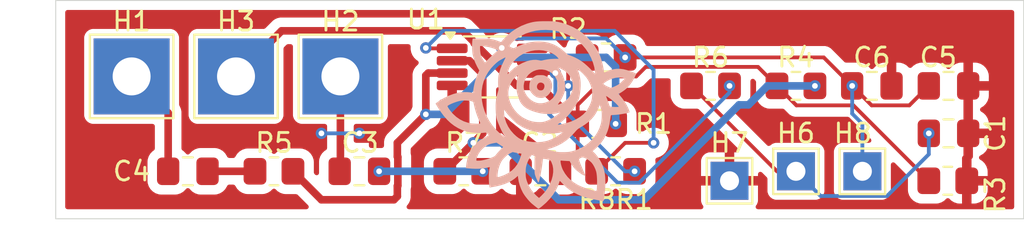
<source format=kicad_pcb>
(kicad_pcb (version 20241229) (generator "pcbnew") (generator_version "9.0")
  (layers (0 "F.Cu" signal) (2 "B.Cu" signal) (13 "F.Paste" user) (15 "B.Paste" user) (5 "F.SilkS" user "F.Silkscreen") (7 "B.SilkS" user "B.Silkscreen") (1 "F.Mask" user) (3 "B.Mask" user) (25 "Edge.Cuts" user))
  (net 0 "")
  (net 1 "GND")
  (net 2 "/A0")
  (net 3 "Net-(U1-Ref)")
  (net 4 "Net-(C3-Pad2)")
  (net 5 "Net-(C3-Pad1)")
  (net 6 "Net-(C4-Pad2)")
  (net 7 "Net-(C4-Pad1)")
  (net 8 "VCC")
  (net 9 "Net-(U1-+)")
  (net 10 "Net-(U1--)")
  (net 11 "Net-(R6-Pad2)")
  (net 12 "Net-(R8R1-Pad1)")
  (net 13 "Net-(R8R1-Pad2)")
  (footprint "Resistor_SMD:R_0805_2012Metric_Pad1.20x1.40mm_HandSolder" (layer "F.Cu") (at 61 21.5 180)
    (property "Reference" "R3" (at -2.5 -0.735 90) (layer "F.SilkS"))
    (property "Value" "10kR")
    (pad "1" smd roundrect (at -1 0 180) (size 1.2 1.4) (layers "F.Cu" "F.Mask" "F.Paste") (roundrect_rratio 0.208333) (net 1 "GND"))
    (pad "2" smd roundrect (at 1 0 180) (size 1.2 1.4) (layers "F.Cu" "F.Mask" "F.Paste") (roundrect_rratio 0.208333) (net 3 "Net-(U1-Ref)"))
  )
  (footprint "Resistor_SMD:R_0805_2012Metric_Pad1.20x1.40mm_HandSolder" (layer "F.Cu") (at 35.5 21)
    (property "Reference" "R7" (at 0 -1.5 0) (layer "F.SilkS"))
    (property "Value" "~")
    (pad "1" smd roundrect (at -1 0) (size 1.2 1.4) (layers "F.Cu" "F.Mask" "F.Paste") (roundrect_rratio 0.208333) (net 10 "Net-(U1--)"))
    (pad "2" smd roundrect (at 1 0) (size 1.2 1.4) (layers "F.Cu" "F.Mask" "F.Paste") (roundrect_rratio 0.208333) (net 4 "Net-(C3-Pad2)"))
  )
  (footprint "Resistor_SMD:R_0805_2012Metric_Pad1.20x1.40mm_HandSolder" (layer "F.Cu") (at 53 16.5)
    (property "Reference" "R4" (at 0 -1.5 0) (layer "F.SilkS"))
    (property "Value" "~")
    (pad "1" smd roundrect (at -1 0) (size 1.2 1.4) (layers "F.Cu" "F.Mask" "F.Paste") (roundrect_rratio 0.208333) (net 3 "Net-(U1-Ref)"))
    (pad "2" smd roundrect (at 1 0) (size 1.2 1.4) (layers "F.Cu" "F.Mask" "F.Paste") (roundrect_rratio 0.208333) (net 10 "Net-(U1--)"))
  )
  (footprint "TestPoint:TestPoint_THTPad_4.0x4.0mm_Drill2.0mm" (layer "F.Cu") (at 23.5 16)
    (property "Reference" "H3" (at 0 -2.898 0) (layer "F.SilkS"))
    (property "Value" "MountingHole_Pad")
    (pad "1" thru_hole rect (at 0 0) (size 4 4) (drill 2) (layers "*.Cu" "*.Mask") (net 3 "Net-(U1-Ref)"))
  )
  (footprint "Resistor_SMD:R_0805_2012Metric_Pad1.20x1.40mm_HandSolder" (layer "F.Cu") (at 48.5 16.5)
    (property "Reference" "R6" (at 0 -1.5 0) (layer "F.SilkS"))
    (property "Value" "10kR")
    (pad "1" smd roundrect (at -1 0) (size 1.2 1.4) (layers "F.Cu" "F.Mask" "F.Paste") (roundrect_rratio 0.208333) (net 2 "/A0"))
    (pad "2" smd roundrect (at 1 0) (size 1.2 1.4) (layers "F.Cu" "F.Mask" "F.Paste") (roundrect_rratio 0.208333) (net 11 "Net-(R6-Pad2)"))
  )
  (footprint "Capacitor_SMD:C_0805_2012Metric_Pad1.18x1.45mm_HandSolder" (layer "F.Cu") (at 20.9625 21)
    (property "Reference" "C4" (at -2.9625 0 0) (layer "F.SilkS"))
    (property "Value" "~")
    (pad "1" smd roundrect (at -1.0375 0) (size 1.175 1.45) (layers "F.Cu" "F.Mask" "F.Paste") (roundrect_rratio 0.212766) (net 7 "Net-(C4-Pad1)"))
    (pad "2" smd roundrect (at 1.0375 0) (size 1.175 1.45) (layers "F.Cu" "F.Mask" "F.Paste") (roundrect_rratio 0.212766) (net 6 "Net-(C4-Pad2)"))
  )
  (footprint "TestPoint:TestPoint_THTPad_2.0x2.0mm_Drill1.0mm" (layer "F.Cu") (at 53 21)
    (property "Reference" "H6" (at 0 -2 0) (layer "F.SilkS"))
    (property "Value" "A0 pad")
    (pad "1" thru_hole rect (at 0 0) (size 2 2) (drill 1) (layers "*.Cu" "*.Mask") (net 2 "/A0"))
  )
  (footprint "Resistor_SMD:R_0805_2012Metric_Pad1.20x1.40mm_HandSolder" (layer "F.Cu") (at 25.5 21)
    (property "Reference" "R5" (at 0 -1.5 0) (layer "F.SilkS"))
    (property "Value" "1kR")
    (pad "1" smd roundrect (at -1 0) (size 1.2 1.4) (layers "F.Cu" "F.Mask" "F.Paste") (roundrect_rratio 0.208333) (net 6 "Net-(C4-Pad2)"))
    (pad "2" smd roundrect (at 1 0) (size 1.2 1.4) (layers "F.Cu" "F.Mask" "F.Paste") (roundrect_rratio 0.208333) (net 9 "Net-(U1-+)"))
  )
  (footprint "Resistor_SMD:R_0805_2012Metric_Pad1.20x1.40mm_HandSolder" (layer "F.Cu") (at 43.5 21)
    (property "Reference" "R8R1" (at 0 1.5 0) (layer "F.SilkS"))
    (property "Value" "~")
    (pad "1" smd roundrect (at -1 0) (size 1.2 1.4) (layers "F.Cu" "F.Mask" "F.Paste") (roundrect_rratio 0.208333) (net 12 "Net-(R8R1-Pad1)"))
    (pad "2" smd roundrect (at 1 0) (size 1.2 1.4) (layers "F.Cu" "F.Mask" "F.Paste") (roundrect_rratio 0.208333) (net 13 "Net-(R8R1-Pad2)"))
  )
  (footprint "Resistor_SMD:R_0805_2012Metric_Pad1.20x1.40mm_HandSolder" (layer "F.Cu") (at 42.5 18.5)
    (property "Reference" "R1" (at 3 0 0) (layer "F.SilkS"))
    (property "Value" "10MR")
    (pad "1" smd roundrect (at -1 0) (size 1.2 1.4) (layers "F.Cu" "F.Mask" "F.Paste") (roundrect_rratio 0.208333) (net 3 "Net-(U1-Ref)"))
    (pad "2" smd roundrect (at 1 0) (size 1.2 1.4) (layers "F.Cu" "F.Mask" "F.Paste") (roundrect_rratio 0.208333) (net 9 "Net-(U1-+)"))
  )
  (footprint "Package_SO:VSSOP-8_3x3mm_P0.65mm" (layer "F.Cu") (at 37 15.5)
    (property "Reference" "U1" (at -3.5 -2.5 0) (layer "F.SilkS"))
    (property "Value" "INA333xxDGK")
    (pad "1" smd roundrect (at -2.1125 -0.975) (size 1.625 0.5) (layers "F.Cu" "F.Mask" "F.Paste") (net 12 "Net-(R8R1-Pad1)") (clearance 0.15))
    (pad "2" smd roundrect (at -2.1125 -0.325) (size 1.625 0.5) (layers "F.Cu" "F.Mask" "F.Paste") (net 10 "Net-(U1--)") (clearance 0.15))
    (pad "3" smd roundrect (at -2.1125 0.325) (size 1.625 0.5) (layers "F.Cu" "F.Mask" "F.Paste") (net 9 "Net-(U1-+)") (clearance 0.15))
    (pad "4" smd roundrect (at -2.1125 0.975) (size 1.625 0.5) (layers "F.Cu" "F.Mask" "F.Paste") (net 1 "GND") (clearance 0.15))
    (pad "5" smd roundrect (at 2.1125 0.975) (size 1.625 0.5) (layers "F.Cu" "F.Mask" "F.Paste") (net 3 "Net-(U1-Ref)") (clearance 0.15))
    (pad "6" smd roundrect (at 2.1125 0.325) (size 1.625 0.5) (layers "F.Cu" "F.Mask" "F.Paste") (net 11 "Net-(R6-Pad2)") (clearance 0.15))
    (pad "7" smd roundrect (at 2.1125 -0.325) (size 1.625 0.5) (layers "F.Cu" "F.Mask" "F.Paste") (net 8 "VCC") (clearance 0.15))
    (pad "8" smd roundrect (at 2.1125 -0.975) (size 1.625 0.5) (layers "F.Cu" "F.Mask" "F.Paste") (net 13 "Net-(R8R1-Pad2)") (clearance 0.15))
  )
  (footprint "Capacitor_SMD:C_0805_2012Metric_Pad1.18x1.45mm_HandSolder" (layer "F.Cu") (at 39.5375 21)
    (property "Reference" "C2" (at -0.0375 -1.5 0) (layer "F.SilkS"))
    (property "Value" "1µF")
    (pad "1" smd roundrect (at -1.0375 0) (size 1.175 1.45) (layers "F.Cu" "F.Mask" "F.Paste") (roundrect_rratio 0.212766) (net 1 "GND"))
    (pad "2" smd roundrect (at 1.0375 0) (size 1.175 1.45) (layers "F.Cu" "F.Mask" "F.Paste") (roundrect_rratio 0.212766) (net 3 "Net-(U1-Ref)"))
  )
  (footprint "TestPoint:TestPoint_THTPad_4.0x4.0mm_Drill2.0mm" (layer "F.Cu") (at 29 16)
    (property "Reference" "H2" (at 0 -2.898 0) (layer "F.SilkS"))
    (property "Value" "MountingHole_Pad")
    (pad "1" thru_hole rect (at 0 0) (size 4 4) (drill 2) (layers "*.Cu" "*.Mask") (net 5 "Net-(C3-Pad1)"))
  )
  (footprint "Resistor_SMD:R_0805_2012Metric_Pad1.20x1.40mm_HandSolder" (layer "F.Cu") (at 43 15)
    (property "Reference" "R2" (at -2 -1.5 0) (layer "F.SilkS"))
    (property "Value" "10kR")
    (pad "1" smd roundrect (at -1 0) (size 1.2 1.4) (layers "F.Cu" "F.Mask" "F.Paste") (roundrect_rratio 0.208333) (net 3 "Net-(U1-Ref)"))
    (pad "2" smd roundrect (at 1 0) (size 1.2 1.4) (layers "F.Cu" "F.Mask" "F.Paste") (roundrect_rratio 0.208333) (net 8 "VCC"))
  )
  (footprint "Capacitor_SMD:C_0805_2012Metric_Pad1.18x1.45mm_HandSolder" (layer "F.Cu") (at 61.0375 19)
    (property "Reference" "C1" (at 2.4625 0 90) (layer "F.SilkS"))
    (property "Value" "~")
    (pad "1" smd roundrect (at -1.0375 0) (size 1.175 1.45) (layers "F.Cu" "F.Mask" "F.Paste") (roundrect_rratio 0.212766) (net 2 "/A0"))
    (pad "2" smd roundrect (at 1.0375 0) (size 1.175 1.45) (layers "F.Cu" "F.Mask" "F.Paste") (roundrect_rratio 0.212766) (net 1 "GND"))
  )
  (footprint "TestPoint:TestPoint_THTPad_4.0x4.0mm_Drill2.0mm" (layer "F.Cu") (at 18 16)
    (property "Reference" "H1" (at 0 -2.898 0) (layer "F.SilkS"))
    (property "Value" "MountingHole_Pad")
    (pad "1" thru_hole rect (at 0 0) (size 4 4) (drill 2) (layers "*.Cu" "*.Mask") (net 7 "Net-(C4-Pad1)"))
  )
  (footprint "TestPoint:TestPoint_THTPad_2.0x2.0mm_Drill1.0mm" (layer "F.Cu") (at 49.5 21.5)
    (property "Reference" "H7" (at 0 -2 0) (layer "F.SilkS"))
    (property "Value" "GND pad")
    (pad "1" thru_hole rect (at 0 0) (size 2 2) (drill 1) (layers "*.Cu" "*.Mask") (net 1 "GND"))
  )
  (footprint "Capacitor_SMD:C_0805_2012Metric_Pad1.18x1.45mm_HandSolder" (layer "F.Cu") (at 57 16.5)
    (property "Reference" "C6" (at 0 -1.5 0) (layer "F.SilkS"))
    (property "Value" "10 µF")
    (pad "1" smd roundrect (at -1.0375 0) (size 1.175 1.45) (layers "F.Cu" "F.Mask" "F.Paste") (roundrect_rratio 0.212766) (net 8 "VCC"))
    (pad "2" smd roundrect (at 1.0375 0) (size 1.175 1.45) (layers "F.Cu" "F.Mask" "F.Paste") (roundrect_rratio 0.212766) (net 1 "GND"))
  )
  (footprint "Capacitor_SMD:C_0805_2012Metric_Pad1.18x1.45mm_HandSolder" (layer "F.Cu") (at 61.0375 16.5)
    (property "Reference" "C5" (at -0.5375 -1.5 0) (layer "F.SilkS"))
    (property "Value" "100 nF")
    (pad "1" smd roundrect (at -1.0375 0) (size 1.175 1.45) (layers "F.Cu" "F.Mask" "F.Paste") (roundrect_rratio 0.212766) (net 8 "VCC"))
    (pad "2" smd roundrect (at 1.0375 0) (size 1.175 1.45) (layers "F.Cu" "F.Mask" "F.Paste") (roundrect_rratio 0.212766) (net 1 "GND"))
  )
  (footprint "TestPoint:TestPoint_THTPad_2.0x2.0mm_Drill1.0mm" (layer "F.Cu") (at 56.5 21)
    (property "Reference" "H8" (at -0.5 -2 0) (layer "F.SilkS"))
    (property "Value" "VCC pad 3.3v")
    (pad "1" thru_hole rect (at 0 0) (size 2 2) (drill 1) (layers "*.Cu" "*.Mask") (net 8 "VCC"))
  )
  (footprint "Capacitor_SMD:C_0805_2012Metric_Pad1.18x1.45mm_HandSolder" (layer "F.Cu") (at 30 21)
    (property "Reference" "C3" (at 0.0375 -1.5 0) (layer "F.SilkS"))
    (property "Value" "~")
    (pad "1" smd roundrect (at -1.0375 0) (size 1.175 1.45) (layers "F.Cu" "F.Mask" "F.Paste") (roundrect_rratio 0.212766) (net 5 "Net-(C3-Pad1)"))
    (pad "2" smd roundrect (at 1.0375 0) (size 1.175 1.45) (layers "F.Cu" "F.Mask" "F.Paste") (roundrect_rratio 0.212766) (net 4 "Net-(C3-Pad2)"))
  )
  (footprint "LOGO" (layer "B.Cu") (at 39.5 18 180)
    (property "Reference" "G***" (hide yes))
    (property "Value" "LOGO" (hide yes))
  )
  (gr_rect (start 14 12) (end 65 23.5) (stroke (width 0.05)) (fill no) (layer "Edge.Cuts"))
  (via (at 28 19) (size 0.6) (drill 0.3) (layers "F.Cu" "B.Cu") (net 1))
  (via (at 30 19) (size 0.6) (drill 0.3) (layers "F.Cu" "B.Cu") (net 1))
  (segment (start 30 19) (end 28 19) (width 0.2) (layer "B.Cu") (net 1))
  (segment (start 52 21) (end 53 21) (width 0.2) (layer "F.Cu") (net 2))
  (segment (start 47.5 16.5) (end 52 21) (width 0.2) (layer "F.Cu") (net 2))
  (via (at 60 19) (size 0.6) (drill 0.3) (layers "F.Cu" "B.Cu") (net 2))
  (segment (start 53 21) (end 54.301 22.301) (width 0.2) (layer "B.Cu") (net 2))
  (segment (start 57.801 22.301) (end 60 20.102) (width 0.2) (layer "B.Cu") (net 2))
  (segment (start 60 20.102) (end 60 19) (width 0.2) (layer "B.Cu") (net 2))
  (segment (start 54.301 22.301) (end 57.801 22.301) (width 0.2) (layer "B.Cu") (net 2))
  (segment (start 38.27337 16.475) (end 36.051 14.25263) (width 0.4) (layer "F.Cu") (net 3))
  (segment (start 56.026 17.526) (end 53.026 17.526) (width 0.2) (layer "F.Cu") (net 3))
  (segment (start 41.5 18.5) (end 40.975 17.975) (width 0.2) (layer "F.Cu") (net 3))
  (segment (start 36.051 14.25263) (end 36.051 14.19937) (width 0.4) (layer "F.Cu") (net 3))
  (segment (start 36.051 14.19937) (end 35.45063 13.599) (width 0.4) (layer "F.Cu") (net 3))
  (segment (start 43.001 16.001) (end 43 16) (width 0.2) (layer "F.Cu") (net 3))
  (segment (start 41.5 20.075) (end 40.575 21) (width 0.2) (layer "F.Cu") (net 3))
  (segment (start 41.5 18.5) (end 41.5 20.075) (width 0.2) (layer "F.Cu") (net 3))
  (segment (start 43 16) (end 42 15) (width 0.2) (layer "F.Cu") (net 3))
  (segment (start 39.1125 16.475) (end 39.475 16.475) (width 0.4) (layer "F.Cu") (net 3))
  (segment (start 39.1125 16.475) (end 38.27337 16.475) (width 0.4) (layer "F.Cu") (net 3))
  (segment (start 43 16) (end 41.5 17.5) (width 0.2) (layer "F.Cu") (net 3))
  (segment (start 51 15.5) (end 45.08616 15.5) (width 0.2) (layer "F.Cu") (net 3))
  (segment (start 39.475 16.475) (end 41.5 18.5) (width 0.4) (layer "F.Cu") (net 3))
  (segment (start 45.08616 15.5) (end 44.58516 16.001) (width 0.2) (layer "F.Cu") (net 3))
  (segment (start 25.901 13.599) (end 23.5 16) (width 0.4) (layer "F.Cu") (net 3))
  (segment (start 53.026 17.526) (end 52 16.5) (width 0.2) (layer "F.Cu") (net 3))
  (segment (start 35.45063 13.599) (end 25.901 13.599) (width 0.4) (layer "F.Cu") (net 3))
  (segment (start 60 21.5) (end 56.026 17.526) (width 0.2) (layer "F.Cu") (net 3))
  (segment (start 44.58516 16.001) (end 43.001 16.001) (width 0.2) (layer "F.Cu") (net 3))
  (segment (start 52 16.5) (end 51 15.5) (width 0.2) (layer "F.Cu") (net 3))
  (segment (start 41.5 17.5) (end 41.5 18.5) (width 0.2) (layer "F.Cu") (net 3))
  (via (at 31.0375 21) (size 0.6) (drill 0.3) (layers "F.Cu" "B.Cu") (net 4))
  (via (at 36.5 21) (size 0.6) (drill 0.3) (layers "F.Cu" "B.Cu") (net 4))
  (segment (start 36.5 21) (end 31.0375 21) (width 0.4) (layer "B.Cu") (net 4))
  (segment (start 29 20.9625) (end 28.9625 21) (width 0.4) (layer "F.Cu") (net 5))
  (segment (start 29 16) (end 29 20.9625) (width 0.4) (layer "F.Cu") (net 5))
  (segment (start 24.5 21) (end 22 21) (width 0.4) (layer "F.Cu") (net 6))
  (segment (start 18 16) (end 19.925 17.925) (width 0.4) (layer "F.Cu") (net 7))
  (segment (start 19.925 17.925) (end 19.925 21) (width 0.4) (layer "F.Cu") (net 7))
  (segment (start 38.175 15.175) (end 37.5 14.5) (width 0.2) (layer "F.Cu") (net 8))
  (segment (start 56.9885 17.526) (end 58.974 17.526) (width 0.2) (layer "F.Cu") (net 8))
  (segment (start 39.1125 15.175) (end 38.175 15.175) (width 0.2) (layer "F.Cu") (net 8))
  (segment (start 54.4625 15) (end 44 15) (width 0.2) (layer "F.Cu") (net 8))
  (segment (start 55.9625 16.5) (end 54.4625 15) (width 0.2) (layer "F.Cu") (net 8))
  (segment (start 55.9625 16.5) (end 56.9885 17.526) (width 0.2) (layer "F.Cu") (net 8))
  (segment (start 58.974 17.526) (end 60 16.5) (width 0.2) (layer "F.Cu") (net 8))
  (via (at 37.5 14.5) (size 0.6) (drill 0.3) (layers "F.Cu" "B.Cu") (net 8))
  (via (at 55.9625 16.5) (size 0.6) (drill 0.3) (layers "F.Cu" "B.Cu") (net 8))
  (via (at 44 15) (size 0.6) (drill 0.3) (layers "F.Cu" "B.Cu") (net 8))
  (segment (start 37.5 14.5) (end 38 14) (width 0.2) (layer "B.Cu") (net 8))
  (segment (start 38 14) (end 43 14) (width 0.2) (layer "B.Cu") (net 8))
  (segment (start 56.5 18.5) (end 55.9625 17.9625) (width 0.2) (layer "B.Cu") (net 8))
  (segment (start 43 14) (end 44 15) (width 0.2) (layer "B.Cu") (net 8))
  (segment (start 56.5 21) (end 56.5 18.5) (width 0.2) (layer "B.Cu") (net 8))
  (segment (start 55.9625 17.9625) (end 55.9625 16.5) (width 0.2) (layer "B.Cu") (net 8))
  (segment (start 32 20.22242) (end 32 19.5) (width 0.4) (layer "F.Cu") (net 9))
  (segment (start 26.5 21) (end 28 22.5) (width 0.4) (layer "F.Cu") (net 9))
  (segment (start 28 22.5) (end 31.81808 22.5) (width 0.4) (layer "F.Cu") (net 9))
  (segment (start 33.5 15.95) (end 33.5 18) (width 0.4) (layer "F.Cu") (net 9))
  (segment (start 32.026 20.24842) (end 32 20.22242) (width 0.4) (layer "F.Cu") (net 9))
  (segment (start 31.81808 22.5) (end 32 22.31808) (width 0.4) (layer "F.Cu") (net 9))
  (segment (start 32 21.77758) (end 32.026 21.75158) (width 0.4) (layer "F.Cu") (net 9))
  (segment (start 32 22.31808) (end 32 21.77758) (width 0.4) (layer "F.Cu") (net 9))
  (segment (start 32.026 21.75158) (end 32.026 20.24842) (width 0.4) (layer "F.Cu") (net 9))
  (segment (start 32 19.5) (end 33.5 18) (width 0.4) (layer "F.Cu") (net 9))
  (segment (start 33.625 15.825) (end 33.5 15.95) (width 0.4) (layer "F.Cu") (net 9))
  (segment (start 34.8875 15.825) (end 33.625 15.825) (width 0.4) (layer "F.Cu") (net 9))
  (via (at 33.5 18) (size 0.6) (drill 0.3) (layers "F.Cu" "B.Cu") (net 9))
  (via (at 43.5 18.5) (size 0.6) (drill 0.3) (layers "F.Cu" "B.Cu") (net 9))
  (segment (start 34.5 18) (end 37.299 15.201) (width 0.4) (layer "B.Cu") (net 9))
  (segment (start 43 15) (end 43.5 15.5) (width 0.4) (layer "B.Cu") (net 9))
  (segment (start 37.790364 15.201) (end 37.991364 15) (width 0.4) (layer "B.Cu") (net 9))
  (segment (start 37.299 15.201) (end 37.790364 15.201) (width 0.4) (layer "B.Cu") (net 9))
  (segment (start 43.5 15.5) (end 43.5 18.5) (width 0.4) (layer "B.Cu") (net 9))
  (segment (start 37.991364 15) (end 43 15) (width 0.4) (layer "B.Cu") (net 9))
  (segment (start 33.5 18) (end 34.5 18) (width 0.4) (layer "B.Cu") (net 9))
  (segment (start 34.8875 15.175) (end 35.79734 15.175) (width 0.4) (layer "F.Cu") (net 10))
  (segment (start 34.5 21) (end 36.001 19.499) (width 0.4) (layer "F.Cu") (net 10))
  (segment (start 35.79734 15.175) (end 36.5 15.87766) (width 0.4) (layer "F.Cu") (net 10))
  (segment (start 36.5 19) (end 36.5 15.87766) (width 0.4) (layer "F.Cu") (net 10))
  (segment (start 36.001 19.499) (end 36.5 19) (width 0.4) (layer "F.Cu") (net 10))
  (via (at 36.001 19.499) (size 0.6) (drill 0.3) (layers "F.Cu" "B.Cu") (net 10))
  (via (at 54 16.5) (size 0.6) (drill 0.3) (layers "F.Cu" "B.Cu") (net 10))
  (segment (start 50 17.5) (end 50.5 17.5) (width 0.4) (layer "B.Cu") (net 10))
  (segment (start 50.5 17.5) (end 51.5 16.5) (width 0.4) (layer "B.Cu") (net 10))
  (segment (start 40.5 22.5) (end 45 22.5) (width 0.4) (layer "B.Cu") (net 10))
  (segment (start 45 22.5) (end 50 17.5) (width 0.4) (layer "B.Cu") (net 10))
  (segment (start 36.001 19.499) (end 37.499 19.499) (width 0.4) (layer "B.Cu") (net 10))
  (segment (start 37.499 19.499) (end 40.5 22.5) (width 0.4) (layer "B.Cu") (net 10))
  (segment (start 51.5 16.5) (end 54 16.5) (width 0.4) (layer "B.Cu") (net 10))
  (segment (start 39.1125 15.825) (end 40.325 15.825) (width 0.2) (layer "F.Cu") (net 11))
  (via (at 40.325 15.825) (size 0.6) (drill 0.3) (layers "F.Cu" "B.Cu") (net 11))
  (via (at 49.5 16.5) (size 0.6) (drill 0.3) (layers "F.Cu" "B.Cu") (net 11))
  (segment (start 40.325 15.825) (end 40.325 17.675) (width 0.2) (layer "B.Cu") (net 11))
  (segment (start 40 18) (end 43.601 21.601) (width 0.2) (layer "B.Cu") (net 11))
  (segment (start 43.601 21.601) (end 44.748943 21.601) (width 0.2) (layer "B.Cu") (net 11))
  (segment (start 40.325 17.675) (end 40 18) (width 0.2) (layer "B.Cu") (net 11))
  (segment (start 44.748943 21.601) (end 49.5 16.849943) (width 0.2) (layer "B.Cu") (net 11))
  (segment (start 49.5 16.849943) (end 49.5 16.5) (width 0.2) (layer "B.Cu") (net 11))
  (segment (start 33.525 14.525) (end 33.5 14.5) (width 0.2) (layer "F.Cu") (net 12))
  (segment (start 44 19.5) (end 45.5 19.5) (width 0.2) (layer "F.Cu") (net 12))
  (segment (start 34.8875 14.525) (end 33.525 14.525) (width 0.2) (layer "F.Cu") (net 12))
  (segment (start 42.5 21) (end 44 19.5) (width 0.2) (layer "F.Cu") (net 12))
  (via (at 45.5 19.5) (size 0.6) (drill 0.3) (layers "F.Cu" "B.Cu") (net 12))
  (via (at 33.5 14.5) (size 0.6) (drill 0.3) (layers "F.Cu" "B.Cu") (net 12))
  (segment (start 45.5 15.650057) (end 45.5 19.5) (width 0.2) (layer "B.Cu") (net 12))
  (segment (start 33.5 14.5) (end 34.401 13.599) (width 0.2) (layer "B.Cu") (net 12))
  (segment (start 34.401 13.599) (end 43.448943 13.599) (width 0.2) (layer "B.Cu") (net 12))
  (segment (start 43.448943 13.599) (end 45.5 15.650057) (width 0.2) (layer "B.Cu") (net 12))
  (segment (start 41 15.58616) (end 41 16.5) (width 0.2) (layer "F.Cu") (net 13))
  (segment (start 39.93884 14.525) (end 41 15.58616) (width 0.2) (layer "F.Cu") (net 13))
  (segment (start 39.1125 14.525) (end 39.93884 14.525) (width 0.2) (layer "F.Cu") (net 13))
  (via (at 41 16.5) (size 0.6) (drill 0.3) (layers "F.Cu" "B.Cu") (net 13))
  (via (at 44.5 21) (size 0.6) (drill 0.3) (layers "F.Cu" "B.Cu") (net 13))
  (segment (start 41 18) (end 44 21) (width 0.2) (layer "B.Cu") (net 13))
  (segment (start 44 21) (end 44.5 21) (width 0.2) (layer "B.Cu") (net 13))
  (segment (start 41 16.5) (end 41 18) (width 0.2) (layer "B.Cu") (net 13))
  (zone (net 0) (net_name "") (layer "F.Cu") (connect_pads (clearance 0)) (min_thickness 0.25)
    (keepout (tracks allowed) (vias allowed) (pads allowed) (copperpour not_allowed) (footprints allowed))
    (fill (thermal_gap 0.5) (thermal_bridge_width 0.5))
    (polygon (pts (xy 61 19.5) (xy 61.5 20) (xy 61.5 20.5) (xy 61 21) (xy 60 20)))
  )
  (zone (net 1) (net_name "GND") (layer "F.Cu") (connect_pads (clearance 0.5)) (min_thickness 0.25) (fill yes (thermal_gap 0.5) (thermal_bridge_width 0.5) (island_removal_mode 1) (island_area_min 10))
    (polygon (pts (xy 65 12.272222) (xy 14 11.988889) (xy 14 23.511111) (xy 65 23.227777)))
  )
  (zone (net 0) (net_name "") (layer "F.Cu") (connect_pads (clearance 0)) (min_thickness 0.25)
    (keepout (tracks allowed) (vias allowed) (pads allowed) (copperpour not_allowed) (footprints allowed))
    (fill (thermal_gap 0.5) (thermal_bridge_width 0.5))
    (polygon (pts (xy 61.0375 17) (xy 60.5 17.5) (xy 61 18.5) (xy 61.5 18) (xy 61.5 17.5)))
  )
  (zone (net 0) (net_name "") (layer "F.Cu") (connect_pads (clearance 0)) (min_thickness 0.25)
    (keepout (tracks allowed) (vias allowed) (pads allowed) (copperpour not_allowed) (footprints allowed))
    (fill (thermal_gap 0.5) (thermal_bridge_width 0.5))
    (polygon (pts (xy 37.5 19) (xy 37 19) (xy 36.5 19.5) (xy 37.5 20.5) (xy 38.5 20)))
  )
  (zone (net 0) (net_name "") (layer "F.Cu") (connect_pads (clearance 0)) (min_thickness 0.25)
    (keepout (tracks allowed) (vias allowed) (pads allowed) (copperpour not_allowed) (footprints allowed))
    (fill (thermal_gap 0.5) (thermal_bridge_width 0.5))
    (polygon (pts (xy 44 19.5) (xy 40 18) (xy 40 20) (xy 43.5 20.5) (xy 44 20)))
  )
  (zone (net 0) (net_name "") (layer "F.Cu") (connect_pads (clearance 0)) (min_thickness 0.25)
    (keepout (tracks allowed) (vias allowed) (pads allowed) (copperpour not_allowed) (footprints allowed))
    (fill (thermal_gap 0.5) (thermal_bridge_width 0.5))
    (polygon (pts (xy 57.5 18) (xy 58 19) (xy 59 20) (xy 59 18)))
  )
  (zone (net 0) (net_name "") (layer "F.Cu") (connect_pads (clearance 0)) (min_thickness 0.25)
    (keepout (tracks allowed) (vias allowed) (pads allowed) (copperpour not_allowed) (footprints allowed))
    (fill (thermal_gap 0.5) (thermal_bridge_width 0.5))
    (polygon (pts (xy 37.5 18) (xy 40 20) (xy 40.5 18) (xy 37.5 15)))
  )
  (zone (net 0) (net_name "") (layer "F.Cu") (connect_pads (clearance 0)) (min_thickness 0.25)
    (keepout (tracks allowed) (vias allowed) (pads allowed) (copperpour not_allowed) (footprints allowed))
    (fill (thermal_gap 0.5) (thermal_bridge_width 0.5))
    (polygon (pts (xy 29.5 19.5) (xy 30.5 19.5) (xy 30.5 20) (xy 30 20.5)))
  )
)
</source>
